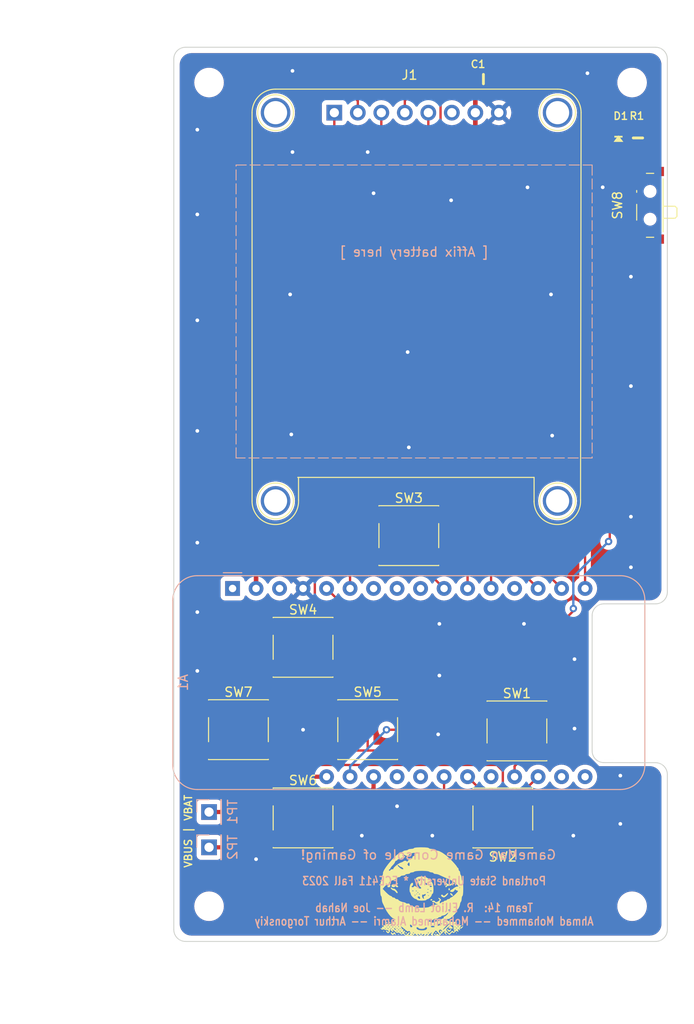
<source format=kicad_pcb>
(kicad_pcb (version 20221018) (generator pcbnew)
  (title_block (title "GAMEMAN HANDHELD MAIN PCB") (date "2023-11-15") (rev "B1") (company "Team 14") (comment 1 "GAMEMAN V2") (comment 2 "DRAFT#2") (comment 3 "REL") (comment 4 "2023-11-09"))
  (layers (0 "F.Cu" signal) (31 "B.Cu" signal) (34 "B.Paste" user) (35 "F.Paste" user) (36 "B.SilkS" user "B.Silkscreen") (37 "F.SilkS" user "F.Silkscreen") (38 "B.Mask" user) (39 "F.Mask" user) (44 "Edge.Cuts" user))
  (net 0 "")
  (net 1 "+3.3V")
  (net 2 "GND")
  (net 3 "/DISP_SPI_DATA")
  (net 4 "/DISP_SPI_CLK")
  (net 5 "/DISP_SPI_DC")
  (net 6 "/DISP_SPI_RST")
  (net 7 "/DISP_SPI_CS")
  (net 8 "/IO12")
  (net 9 "/IO15")
  (net 10 "/IO19")
  (net 11 "/IO22")
  (net 12 "/IO23")
  (net 13 "/IO34")
  (net 14 "/IO36")
  (net 15 "/IO39")
  (net 16 "/BTN_A")
  (net 17 "/BTN_B")
  (net 18 "/BTN_N")
  (net 19 "/BTN_E")
  (net 20 "/BTN_S")
  (net 21 "/BTN_W")
  (net 22 "/BTN_C")
  (net 23 "/NC")
  (net 26 "/IO13")
  (net 27 "Net-(D1-K)")
  (net 28 "/VBUS")
  (net 29 "/EN")
  (net 30 "/VBAT")
  (footprint "GameMan:logo" (layer "F.Cu") (at 134.747 147.056)
    (fp_text reference "G***" hide)
    (fp_text value "LOGO" hide)
  )
  (footprint "MountingHole:MountingHole_2.7mm_M2.5" (layer "F.Cu") (at 111.76 59.68 90)
    (fp_text reference "REF**" hide)
    (fp_text value "")
    (pad "" np_thru_hole circle (at 0 0 90) (size 2.7 2.7) (drill 2.7) (layers "F&B.Cu" "*.Mask"))
  )
  (footprint "Button_Switch_SMD:SW_SPST_PTS645" (layer "F.Cu") (at 121.92 120.64)
    (fp_text reference "SW4" (at 0 -4.05) (layer "F.SilkS"))
    (fp_text value "UP")
    (pad "1" smd rect (at -3.98 -2.25) (size 1.55 1.3) (layers "F.Cu" "F.Paste" "F.Mask") (net 2 "GND"))
    (pad "1" smd rect (at 3.98 -2.25) (size 1.55 1.3) (layers "F.Cu" "F.Paste" "F.Mask") (net 2 "GND"))
    (pad "2" smd rect (at -3.98 2.25) (size 1.55 1.3) (layers "F.Cu" "F.Paste" "F.Mask") (net 18 "/BTN_N"))
    (pad "2" smd rect (at 3.98 2.25) (size 1.55 1.3) (layers "F.Cu" "F.Paste" "F.Mask") (net 18 "/BTN_N"))
  )
  (footprint "GameMan:0805-NO" (layer "F.Cu") (at 141.412 59.309)
    (fp_text reference "C1" (at -1.458 -1.143) (layer "F.SilkS") (effects (font (size 0.8 0.8) (thickness 0.15) bold) (justify left bottom)))
    (fp_text value ".1uF")
    (pad "1" smd rect (at -0.95 0) (size 1.24 1.5) (layers "F.Cu" "F.Paste" "F.Mask") (net 1 "+3.3V"))
    (pad "2" smd rect (at 0.95 0) (size 1.24 1.5) (layers "F.Cu" "F.Paste" "F.Mask") (net 2 "GND"))
  )
  (footprint "GameMan:CHIPLED_0805_NOOUTLINE" (layer "F.Cu") (at 156.0068 65.7592)
    (fp_text reference "D1" (at -0.635 -1.998 180) (layer "F.SilkS") (effects (font (size 0.8 0.8) (thickness 0.15) bold) (justify left bottom)))
    (fp_text value "ORANGE")
    (pad "1" smd rect (at 0 -1.05) (size 1.2 1.2) (layers "F.Cu" "F.Paste" "F.Mask") (net 27 "Net-(D1-K)"))
    (pad "2" smd rect (at 0 1.05) (size 1.2 1.2) (layers "F.Cu" "F.Paste" "F.Mask") (net 1 "+3.3V"))
  )
  (footprint "MountingHole:MountingHole_2.7mm_M2.5" (layer "F.Cu") (at 111.76 148.59 90)
    (fp_text reference "REF**" hide)
    (fp_text value "")
    (pad "" np_thru_hole circle (at 0 0 90) (size 2.7 2.7) (drill 2.7) (layers "*.Cu" "*.Mask"))
  )
  (footprint "MountingHole:MountingHole_2.7mm_M2.5" (layer "F.Cu") (at 157.48 59.68 90)
    (fp_text reference "REF**" hide)
    (fp_text value "")
    (pad "" np_thru_hole circle (at 0 0 90) (size 2.7 2.7) (drill 2.7) (layers "F&B.Cu" "*.Mask"))
  )
  (footprint "Button_Switch_SMD:SW_SPST_PTS645" (layer "F.Cu") (at 121.92 139.055)
    (fp_text reference "SW6" (at 0 -4.05) (layer "F.SilkS"))
    (fp_text value "DN")
    (pad "1" smd rect (at -3.98 -2.25) (size 1.55 1.3) (layers "F.Cu" "F.Paste" "F.Mask") (net 2 "GND"))
    (pad "1" smd rect (at 3.98 -2.25) (size 1.55 1.3) (layers "F.Cu" "F.Paste" "F.Mask") (net 2 "GND"))
    (pad "2" smd rect (at -3.98 2.25) (size 1.55 1.3) (layers "F.Cu" "F.Paste" "F.Mask") (net 20 "/BTN_S"))
    (pad "2" smd rect (at 3.98 2.25) (size 1.55 1.3) (layers "F.Cu" "F.Paste" "F.Mask") (net 20 "/BTN_S"))
  )
  (footprint "Button_Switch_SMD:SW_SPST_PTS645" (layer "F.Cu") (at 128.905 129.53)
    (fp_text reference "SW5" (at 0 -4.05) (layer "F.SilkS"))
    (fp_text value "RT")
    (pad "1" smd rect (at -3.98 -2.25) (size 1.55 1.3) (layers "F.Cu" "F.Paste" "F.Mask") (net 2 "GND"))
    (pad "1" smd rect (at 3.98 -2.25) (size 1.55 1.3) (layers "F.Cu" "F.Paste" "F.Mask") (net 2 "GND"))
    (pad "2" smd rect (at -3.98 2.25) (size 1.55 1.3) (layers "F.Cu" "F.Paste" "F.Mask") (net 19 "/BTN_E"))
    (pad "2" smd rect (at 3.98 2.25) (size 1.55 1.3) (layers "F.Cu" "F.Paste" "F.Mask") (net 19 "/BTN_E"))
  )
  (footprint "Button_Switch_SMD:SW_SPST_PTS645" (layer "F.Cu") (at 143.51 139.065)
    (fp_text reference "SW2" (at 0 4.191) (layer "F.SilkS"))
    (fp_text value "B")
    (pad "1" smd rect (at -3.98 -2.25) (size 1.55 1.3) (layers "F.Cu" "F.Paste" "F.Mask") (net 2 "GND"))
    (pad "1" smd rect (at 3.98 -2.25) (size 1.55 1.3) (layers "F.Cu" "F.Paste" "F.Mask") (net 2 "GND"))
    (pad "2" smd rect (at -3.98 2.25) (size 1.55 1.3) (layers "F.Cu" "F.Paste" "F.Mask") (net 17 "/BTN_B"))
    (pad "2" smd rect (at 3.98 2.25) (size 1.55 1.3) (layers "F.Cu" "F.Paste" "F.Mask") (net 17 "/BTN_B"))
  )
  (footprint "GameMan:0805-NO" (layer "F.Cu") (at 158.115 65.6592 -90)
    (fp_text reference "R1" (at -1.905 -0.762 180) (layer "F.SilkS") (effects (font (size 0.8 0.8) (thickness 0.15) bold) (justify right bottom)))
    (fp_text value "1K")
    (pad "1" smd rect (at -0.95 0 270) (size 1.24 1.5) (layers "F.Cu" "F.Paste" "F.Mask") (net 27 "Net-(D1-K)"))
    (pad "2" smd rect (at 0.95 0 270) (size 1.24 1.5) (layers "F.Cu" "F.Paste" "F.Mask") (net 2 "GND"))
  )
  (footprint "Button_Switch_SMD:SW_SPDT_PCM12" (layer "F.Cu") (at 159.098 72.931 90)
    (fp_text reference "SW8" (at 0 -3.2 90) (layer "F.SilkS"))
    (fp_text value "SW_SPST")
    (pad "" smd rect (at -3.65 -0.78 90) (size 1 0.8) (layers "F.Cu" "F.Paste" "F.Mask"))
    (pad "" smd rect (at -3.65 1.43 90) (size 1 0.8) (layers "F.Cu" "F.Paste" "F.Mask"))
    (pad "" np_thru_hole circle (at -1.5 0.33 90) (size 0.9 0.9) (drill 0.9) (layers "*.Cu" "*.Mask"))
    (pad "" np_thru_hole circle (at 1.5 0.33 90) (size 0.9 0.9) (drill 0.9) (layers "*.Cu" "*.Mask"))
    (pad "" smd rect (at 3.65 -0.78 90) (size 1 0.8) (layers "F.Cu" "F.Paste" "F.Mask"))
    (pad "" smd rect (at 3.65 1.43 90) (size 1 0.8) (layers "F.Cu" "F.Paste" "F.Mask"))
    (pad "1" smd rect (at -2.25 -1.43 90) (size 0.7 1.5) (layers "F.Cu" "F.Paste" "F.Mask") (net 29 "/EN"))
    (pad "2" smd rect (at 0.75 -1.43 90) (size 0.7 1.5) (layers "F.Cu" "F.Paste" "F.Mask") (net 2 "GND"))
    (pad "3" smd rect (at 2.25 -1.43 90) (size 0.7 1.5) (layers "F.Cu" "F.Paste" "F.Mask"))
  )
  (footprint "MountingHole:MountingHole_2.7mm_M2.5" (layer "F.Cu") (at 157.48 148.59 90)
    (fp_text reference "REF**" hide)
    (fp_text value "")
    (pad "" np_thru_hole circle (at 0 0 90) (size 2.7 2.7) (drill 2.7) (layers "*.Cu" "*.Mask"))
  )
  (footprint "Button_Switch_SMD:SW_SPST_PTS645" (layer "F.Cu") (at 114.935 129.53)
    (fp_text reference "SW7" (at 0 -4.05) (layer "F.SilkS"))
    (fp_text value "LT")
    (pad "1" smd rect (at -3.98 -2.25) (size 1.55 1.3) (layers "F.Cu" "F.Paste" "F.Mask") (net 2 "GND"))
    (pad "1" smd rect (at 3.98 -2.25) (size 1.55 1.3) (layers "F.Cu" "F.Paste" "F.Mask") (net 2 "GND"))
    (pad "2" smd rect (at -3.98 2.25) (size 1.55 1.3) (layers "F.Cu" "F.Paste" "F.Mask") (net 21 "/BTN_W"))
    (pad "2" smd rect (at 3.98 2.25) (size 1.55 1.3) (layers "F.Cu" "F.Paste" "F.Mask") (net 21 "/BTN_W"))
  )
  (footprint "GameMan:Adafruit_SSD1327" (layer "F.Cu") (at 125.2982 62.9312)
    (fp_text reference "J1" (at 8.128 -4.064) (layer "F.SilkS"))
    (fp_text value "Conn_01x08_Socket")
    (pad "" thru_hole circle (at -6.35 0) (size 3.2 3.2) (drill 2.5) (layers "*.Cu" "*.Mask"))
    (pad "" thru_hole circle (at -6.35 41.91) (size 3.2 3.2) (drill 2.5) (layers "*.Cu" "*.Mask"))
    (pad "" thru_hole circle (at 24.13 0) (size 3.2 3.2) (drill 2.5) (layers "*.Cu" "*.Mask"))
    (pad "" thru_hole circle (at 24.13 41.91) (size 3.2 3.2) (drill 2.5) (layers "*.Cu" "*.Mask"))
    (pad "1" thru_hole rect (at 0 0) (size 1.7 1.7) (drill 1) (layers "*.Cu" "*.Mask") (net 3 "/DISP_SPI_DATA"))
    (pad "2" thru_hole circle (at 2.54 0) (size 1.7 1.7) (drill 1) (layers "*.Cu" "*.Mask") (net 4 "/DISP_SPI_CLK"))
    (pad "3" thru_hole circle (at 5.08 0) (size 1.7 1.7) (drill 1) (layers "*.Cu" "*.Mask") (net 5 "/DISP_SPI_DC"))
    (pad "4" thru_hole circle (at 7.62 0) (size 1.7 1.7) (drill 1) (layers "*.Cu" "*.Mask") (net 6 "/DISP_SPI_RST"))
    (pad "5" thru_hole circle (at 10.16 0) (size 1.7 1.7) (drill 1) (layers "*.Cu" "*.Mask") (net 7 "/DISP_SPI_CS"))
    (pad "6" thru_hole circle (at 12.7 0) (size 1.7 1.7) (drill 1) (layers "*.Cu" "*.Mask") (net 23 "/NC"))
    (pad "7" thru_hole circle (at 15.24 0) (size 1.7 1.7) (drill 1) (layers "*.Cu" "*.Mask") (net 1 "+3.3V"))
    (pad "8" thru_hole circle (at 17.78 0) (size 1.7 1.7) (drill 1) (layers "*.Cu" "*.Mask") (net 2 "GND"))
  )
  (footprint "Button_Switch_SMD:SW_SPST_PTS645" (layer "F.Cu") (at 145.034 129.667)
    (fp_text reference "SW1" (at 0 -4.05) (layer "F.SilkS"))
    (fp_text value "A")
    (pad "1" smd rect (at -3.98 -2.25) (size 1.55 1.3) (layers "F.Cu" "F.Paste" "F.Mask") (net 2 "GND"))
    (pad "1" smd rect (at 3.98 -2.25) (size 1.55 1.3) (layers "F.Cu" "F.Paste" "F.Mask") (net 2 "GND"))
    (pad "2" smd rect (at -3.98 2.25) (size 1.55 1.3) (layers "F.Cu" "F.Paste" "F.Mask") (net 16 "/BTN_A"))
    (pad "2" smd rect (at 3.98 2.25) (size 1.55 1.3) (layers "F.Cu" "F.Paste" "F.Mask") (net 16 "/BTN_A"))
  )
  (footprint "Button_Switch_SMD:SW_SPST_PTS645" (layer "F.Cu") (at 133.35 108.585)
    (fp_text reference "SW3" (at 0 -4.05) (layer "F.SilkS"))
    (fp_text value "C")
    (pad "1" smd rect (at -3.98 -2.25) (size 1.55 1.3) (layers "F.Cu" "F.Paste" "F.Mask") (net 2 "GND"))
    (pad "1" smd rect (at 3.98 -2.25) (size 1.55 1.3) (layers "F.Cu" "F.Paste" "F.Mask") (net 2 "GND"))
    (pad "2" smd rect (at -3.98 2.25) (size 1.55 1.3) (layers "F.Cu" "F.Paste" "F.Mask") (net 22 "/BTN_C"))
    (pad "2" smd rect (at 3.98 2.25) (size 1.55 1.3) (layers "F.Cu" "F.Paste" "F.Mask") (net 22 "/BTN_C"))
  )
  (footprint "Module:Adafruit_Feather" (layer "B.Cu") (at 114.3 114.29 -90)
    (fp_text reference "A1" (at 10.16 5.334 90) (layer "B.SilkS") (effects (justify mirror)))
    (fp_text value "Adafruit_Feather_HUZZAH32_ESP32")
    (pad "1" thru_hole rect (at 0 0 90) (size 1.6 1.6) (drill 0.8) (layers "*.Cu" "*.Mask"))
    (pad "2" thru_hole circle (at 0 -2.54 90) (size 1.6 1.6) (drill 0.8) (layers "*.Cu" "*.Mask") (net 1 "+3.3V"))
    (pad "3" thru_hole circle (at 0 -5.08 90) (size 1.6 1.6) (drill 0.8) (layers "*.Cu" "*.Mask"))
    (pad "4" thru_hole circle (at 0 -7.62 90) (size 1.6 1.6) (drill 0.8) (layers "*.Cu" "*.Mask") (net 2 "GND"))
    (pad "5" thru_hole circle (at 0 -10.16 90) (size 1.6 1.6) (drill 0.8) (layers "*.Cu" "*.Mask") (net 19 "/BTN_E"))
    (pad "6" thru_hole circle (at 0 -12.7 90) (size 1.6 1.6) (drill 0.8) (layers "*.Cu" "*.Mask") (net 18 "/BTN_N"))
    (pad "7" thru_hole circle (at 0 -15.24 90) (size 1.6 1.6) (drill 0.8) (layers "*.Cu" "*.Mask") (net 13 "/IO34"))
    (pad "8" thru_hole circle (at 0 -17.78 90) (size 1.6 1.6) (drill 0.8) (layers "*.Cu" "*.Mask") (net 14 "/IO36"))
    (pad "9" thru_hole circle (at 0 -20.32 90) (size 1.6 1.6) (drill 0.8) (layers "*.Cu" "*.Mask") (net 15 "/IO39"))
    (pad "10" thru_hole circle (at 0 -22.86 90) (size 1.6 1.6) (drill 0.8) (layers "*.Cu" "*.Mask") (net 22 "/BTN_C"))
    (pad "11" thru_hole circle (at 0 -25.4 90) (size 1.6 1.6) (drill 0.8) (layers "*.Cu" "*.Mask") (net 4 "/DISP_SPI_CLK"))
    (pad "12" thru_hole circle (at 0 -27.94 90) (size 1.6 1.6) (drill 0.8) (layers "*.Cu" "*.Mask") (net 3 "/DISP_SPI_DATA"))
    (pad "13" thru_hole circle (at 0 -30.48 90) (size 1.6 1.6) (drill 0.8) (layers "*.Cu" "*.Mask") (net 10 "/IO19"))
    (pad "14" thru_hole circle (at 0 -33.02 90) (size 1.6 1.6) (drill 0.8) (layers "*.Cu" "*.Mask") (net 5 "/DISP_SPI_DC"))
    (pad "15" thru_hole circle (at 0 -35.56 90) (size 1.6 1.6) (drill 0.8) (layers "*.Cu" "*.Mask") (net 7 "/DISP_SPI_CS"))
    (pad "16" thru_hole circle (at 0 -38.1 90) (size 1.6 1.6) (drill 0.8) (layers "*.Cu" "*.Mask") (net 6 "/DISP_SPI_RST"))
    (pad "17" thru_hole circle (at 20.32 -38.1 90) (size 1.6 1.6) (drill 0.8) (layers "*.Cu" "*.Mask") (net 12 "/IO23"))
    (pad "18" thru_hole circle (at 20.32 -35.56 90) (size 1.6 1.6) (drill 0.8) (layers "*.Cu" "*.Mask") (net 11 "/IO22"))
    (pad "19" thru_hole circle (at 20.32 -33.02 90) (size 1.6 1.6) (drill 0.8) (layers "*.Cu" "*.Mask") (net 21 "/BTN_W"))
    (pad "20" thru_hole circle (at 20.32 -30.48 90) (size 1.6 1.6) (drill 0.8) (layers "*.Cu" "*.Mask") (net 16 "/BTN_A"))
    (pad "21" thru_hole circle (at 20.32 -27.94 90) (size 1.6 1.6) (drill 0.8) (layers "*.Cu" "*.Mask") (net 9 "/IO15"))
    (pad "22" thru_hole circle (at 20.32 -25.4 90) (size 1.6 1.6) (drill 0.8) (layers "*.Cu" "*.Mask") (net 17 "/BTN_B"))
    (pad "23" thru_hole circle (at 20.32 -22.86 90) (size 1.6 1.6) (drill 0.8) (layers "*.Cu" "*.Mask") (net 20 "/BTN_S"))
    (pad "24" thru_hole circle (at 20.32 -20.32 90) (size 1.6 1.6) (drill 0.8) (layers "*.Cu" "*.Mask") (net 8 "/IO12"))
    (pad "25" thru_hole circle (at 20.32 -17.78 90) (size 1.6 1.6) (drill 0.8) (layers "*.Cu" "*.Mask") (net 26 "/IO13"))
    (pad "26" thru_hole circle (at 20.32 -15.24 90) (size 1.6 1.6) (drill 0.8) (layers "*.Cu" "*.Mask") (net 28 "/VBUS"))
    (pad "27" thru_hole circle (at 20.32 -12.7 90) (size 1.6 1.6) (drill 0.8) (layers "*.Cu" "*.Mask") (net 29 "/EN"))
    (pad "28" thru_hole circle (at 20.32 -10.16 90) (size 1.6 1.6) (drill 0.8) (layers "*.Cu" "*.Mask") (net 30 "/VBAT"))
  )
  (footprint "Connector_PinHeader_2.54mm:PinHeader_1x01_P2.54mm_Vertical" (layer "B.Cu") (at 111.76 142.23 -90)
    (fp_text reference "TP2" (at 0 -2.54 90) (layer "B.SilkS") (effects (justify mirror)))
    (fp_text value "TestPoint")
    (pad "1" thru_hole rect (at 0 0 270) (size 1.7 1.7) (drill 1) (layers "*.Cu" "*.Mask") (net 28 "/VBUS"))
  )
  (footprint "Connector_PinHeader_2.54mm:PinHeader_1x01_P2.54mm_Vertical" (layer "B.Cu") (at 111.76 138.42 -90)
    (fp_text reference "TP1" (at 0 -2.54 90) (layer "B.SilkS") (effects (justify mirror)))
    (fp_text value "TestPoint")
    (pad "1" thru_hole rect (at 0 0 270) (size 1.7 1.7) (drill 1) (layers "*.Cu" "*.Mask") (net 30 "/VBAT"))
  )
  (gr_line (start 161.29 114.681) (end 161.29 57.14) (stroke (width 0.1)) (layer "Edge.Cuts"))
  (gr_arc (start 161.29 151.12) (mid 160.918026 152.018026) (end 160.02 152.39) (stroke (width 0.1)) (layer "Edge.Cuts"))
  (gr_line (start 154.431999 115.951001) (end 160.02 115.951) (stroke (width 0.1)) (layer "Edge.Cuts"))
  (gr_line (start 161.29 134.366001) (end 161.29 151.12) (stroke (width 0.1)) (layer "Edge.Cuts"))
  (gr_line (start 153.162 131.816974) (end 153.162001 117.221) (stroke (width 0.1)) (layer "Edge.Cuts"))
  (gr_arc (start 160.019999 55.87) (mid 160.918025 56.241974) (end 161.29 57.14) (stroke (width 0.1)) (layer "Edge.Cuts"))
  (gr_arc (start 107.950001 57.14) (mid 108.321975 56.241975) (end 109.22 55.870001) (stroke (width 0.1)) (layer "Edge.Cuts"))
  (gr_arc (start 153.162001 117.221) (mid 153.533975 116.322975) (end 154.432 115.951001) (stroke (width 0.1)) (layer "Edge.Cuts"))
  (gr_line (start 160.019999 133.096001) (end 154.432 133.086974) (stroke (width 0.1)) (layer "Edge.Cuts"))
  (gr_line (start 160.02 152.39) (end 109.22 152.39) (stroke (width 0.1)) (layer "Edge.Cuts"))
  (gr_line (start 107.950001 57.14) (end 107.95 151.12) (stroke (width 0.1)) (layer "Edge.Cuts"))
  (gr_arc (start 154.432 133.086974) (mid 153.533974 132.715) (end 153.162 131.816974) (stroke (width 0.1)) (layer "Edge.Cuts"))
  (gr_arc (start 109.22 152.39) (mid 108.321974 152.018026) (end 107.95 151.12) (stroke (width 0.1)) (layer "Edge.Cuts"))
  (gr_arc (start 160.019999 133.096001) (mid 160.918025 133.467975) (end 161.29 134.366001) (stroke (width 0.1)) (layer "Edge.Cuts"))
  (gr_arc (start 161.29 114.681) (mid 160.918026 115.579026) (end 160.02 115.951) (stroke (width 0.1)) (layer "Edge.Cuts"))
  (gr_line (start 109.22 55.870001) (end 160.019999 55.87) (stroke (width 0.1)) (layer "Edge.Cuts"))
  (gr_text "GameMan Game Console of Gaming!\n" (at 149.352 143.627) (layer "B.SilkS") (effects (font (size 1 1)) (justify left bottom mirror)))
  (gr_text "Portland State University * ECE411 Fall 2023\n\nTeam 14:  R. Elliot Lamb -- Joe Nahab\nAhmad Mohammed -- Mohammed Alamri -- Arthur Torgonskiy" (at 135.001 150.739) (layer "B.SilkS") (effects (font (size 0.9 0.75)) (justify bottom mirror)))
  (gr_text "VBUS | VBAT" (at 109.982 144.516 90) (layer "F.SilkS") (effects (font (size 0.8 0.8)) (justify left bottom)))
  (gr_text_box "\n\n\n\n\n[ Affix battery here ]" (start 114.681 68.58) (end 153.162 100.203) (layer "B.SilkS") (effects (font (size 1 1)) (justify top mirror)) (stroke (width 0.1) (type dash)))
  (segment (start 142.8922 66.8092) (end 140.5382 64.4552) (width 0.5) (layer "F.Cu") (net 1))
  (segment (start 156.0068 66.8092) (end 142.8922 66.8092) (width 0.5) (layer "F.Cu") (net 1))
  (segment (start 140.5382 59.3852) (end 140.5382 62.9312) (width 0.5) (layer "F.Cu") (net 1))
  (segment (start 140.5382 64.4552) (end 140.5382 62.9312) (width 0.5) (layer "F.Cu") (net 1))
  (segment (start 114.935 109.083) (end 114.935 61.966) (width 0.5) (layer "F.Cu") (net 1))
  (segment (start 114.935 61.966) (end 117.592 59.309) (width 0.5) (layer "F.Cu") (net 1))
  (segment (start 116.84 114.29) (end 116.84 110.988) (width 0.5) (layer "F.Cu") (net 1))
  (segment (start 116.84 110.988) (end 114.935 109.083) (width 0.5) (layer "F.Cu") (net 1))
  (segment (start 117.592 59.309) (end 140.462 59.309) (width 0.5) (layer "F.Cu") (net 1))
  (via (at 120.65 97.663) (size 0.8) (drill 0.4) (layers "F.Cu" "B.Cu") (net 2))
  (via (at 146.177 70.993) (size 0.8) (drill 0.4) (layers "F.Cu" "B.Cu") (net 2))
  (via (at 156.21 139.7) (size 0.8) (drill 0.4) (layers "F.Cu" "B.Cu") (net 2))
  (via (at 110.49 73.914) (size 0.8) (drill 0.4) (layers "F.Cu" "B.Cu") (net 2))
  (via (at 157.353 92.446) (size 0.8) (drill 0.4) (layers "F.Cu" "B.Cu") (net 2))
  (via (at 157.353 80.635) (size 0.8) (drill 0.4) (layers "F.Cu" "B.Cu") (net 2))
  (via (at 116.84 143.51) (size 0.8) (drill 0.4) (layers "F.Cu" "B.Cu") (net 2))
  (via (at 110.49 123.19) (size 0.8) (drill 0.4) (layers "F.Cu" "B.Cu") (net 2))
  (via (at 110.49 64.77) (size 0.8) (drill 0.4) (layers "F.Cu" "B.Cu") (net 2))
  (via (at 154.305 70.983) (size 0.8) (drill 0.4) (layers "F.Cu" "B.Cu") (net 2))
  (via (at 148.717 82.55) (size 0.8) (drill 0.4) (layers "F.Cu" "B.Cu") (net 2))
  (via (at 120.777 58.42) (size 0.8) (drill 0.4) (layers "F.Cu" "B.Cu") (net 2))
  (via (at 110.49 116.84) (size 0.8) (drill 0.4) (layers "F.Cu" "B.Cu") (net 2))
  (via (at 128.905 67.183) (size 0.8) (drill 0.4) (layers "F.Cu" "B.Cu") (net 2))
  (via (at 157.353 106.543) (size 0.8) (drill 0.4) (layers "F.Cu" "B.Cu") (net 2))
  (via (at 120.777 67.183) (size 0.8) (drill 0.4) (layers "F.Cu" "B.Cu") (net 2))
  (via (at 133.35 99.06) (size 0.8) (drill 0.4) (layers "F.Cu" "B.Cu") (net 2))
  (via (at 135.89 140.97) (size 0.8) (drill 0.4) (layers "F.Cu" "B.Cu") (net 2))
  (via (at 110.49 85.344) (size 0.8) (drill 0.4) (layers "F.Cu" "B.Cu") (net 2))
  (via (at 132.08 137.795) (size 0.8) (drill 0.4) (layers "F.Cu" "B.Cu") (net 2))
  (via (at 137.922 72.39) (size 0.8) (drill 0.4) (layers "F.Cu" "B.Cu") (net 2))
  (via (at 110.49 97.282) (size 0.8) (drill 0.4) (layers "F.Cu" "B.Cu") (net 2))
  (via (at 110.49 109.347) (size 0.8) (drill 0.4) (layers "F.Cu" "B.Cu") (net 2))
  (via (at 120.523 82.55) (size 0.8) (drill 0.4) (layers "F.Cu" "B.Cu") (net 2))
  (via (at 151.257 121.92) (size 0.8) (drill 0.4) (layers "F.Cu" "B.Cu") (net 2))
  (via (at 136.652 118.11) (size 0.8) (drill 0.4) (layers "F.Cu" "B.Cu") (net 2))
  (via (at 129.54 71.628) (size 0.8) (drill 0.4) (layers "F.Cu" "B.Cu") (net 2))
  (via (at 157.353 112.004) (size 0.8) (drill 0.4) (layers "F.Cu" "B.Cu") (net 2))
  (via (at 136.525 130.038) (size 0.8) (drill 0.4) (layers "F.Cu" "B.Cu") (net 2))
  (via (at 121.92 129.54) (size 0.8) (drill 0.4) (layers "F.Cu" "B.Cu") (net 2))
  (via (at 151.257 129.413) (size 0.8) (drill 0.4) (layers "F.Cu" "B.Cu") (net 2))
  (via (at 133.223 88.773) (size 0.8) (drill 0.4) (layers "F.Cu" "B.Cu") (net 2))
  (via (at 152.654 58.674) (size 0.8) (drill 0.4) (layers "F.Cu" "B.Cu") (net 2))
  (via (at 136.652 123.688) (size 0.8) (drill 0.4) (layers "F.Cu" "B.Cu") (net 2))
  (via (at 148.844 97.79) (size 0.8) (drill 0.4) (layers "F.Cu" "B.Cu") (net 2))
  (via (at 151.13 140.97) (size 0.8) (drill 0.4) (layers "F.Cu" "B.Cu") (net 2))
  (via (at 128.27 140.97) (size 0.8) (drill 0.4) (layers "F.Cu" "B.Cu") (net 2))
  (via (at 145.796 118.11) (size 0.8) (drill 0.4) (layers "F.Cu" "B.Cu") (net 2))
  (via (at 156.21 134.493) (size 0.8) (drill 0.4) (layers "F.Cu" "B.Cu") (net 2))
  (segment (start 142.24 82.54) (end 142.24 114.29) (width 0.25) (layer "F.Cu") (net 3))
  (segment (start 125.2982 62.9312) (end 125.2982 65.5982) (width 0.25) (layer "F.Cu") (net 3))
  (segment (start 125.2982 65.5982) (end 142.24 82.54) (width 0.25) (layer "F.Cu") (net 3))
  (segment (start 123.063 66.665) (end 123.063 61.712) (width 0.25) (layer "F.Cu") (net 4))
  (segment (start 123.698 61.077) (end 127.254 61.077) (width 0.25) (layer "F.Cu") (net 4))
  (segment (start 139.7 83.302) (end 123.063 66.665) (width 0.25) (layer "F.Cu") (net 4))
  (segment (start 127.8382 61.6612) (end 127.8382 62.9312) (width 0.25) (layer "F.Cu") (net 4))
  (segment (start 123.063 61.712) (end 123.698 61.077) (width 0.25) (layer "F.Cu") (net 4))
  (segment (start 139.7 114.29) (end 139.7 83.302) (width 0.25) (layer "F.Cu") (net 4))
  (segment (start 127.254 61.077) (end 127.8382 61.6612) (width 0.25) (layer "F.Cu") (net 4))
  (segment (start 130.3782 66.8682) (end 130.3782 62.9312) (width 0.25) (layer "F.Cu") (net 5))
  (segment (start 144.272 111.242) (end 144.272 80.762) (width 0.25) (layer "F.Cu") (net 5))
  (segment (start 147.32 114.29) (end 144.272 111.242) (width 0.25) (layer "F.Cu") (net 5))
  (segment (start 144.272 80.762) (end 130.3782 66.8682) (width 0.25) (layer "F.Cu") (net 5))
  (segment (start 136.779 65.649) (end 136.779 61.712) (width 0.25) (layer "F.Cu") (net 6))
  (segment (start 133.477 61.077) (end 132.9182 61.6358) (width 0.25) (layer "F.Cu") (net 6))
  (segment (start 152.4 114.29) (end 152.4 81.27) (width 0.25) (layer "F.Cu") (net 6))
  (segment (start 136.144 61.077) (end 133.477 61.077) (width 0.25) (layer "F.Cu") (net 6))
  (segment (start 136.779 61.712) (end 136.144 61.077) (width 0.25) (layer "F.Cu") (net 6))
  (segment (start 132.9182 61.6358) (end 132.9182 62.9312) (width 0.25) (layer "F.Cu") (net 6))
  (segment (start 152.4 81.27) (end 136.779 65.649) (width 0.25) (layer "F.Cu") (net 6))
  (segment (start 135.4582 68.1382) (end 146.05 78.73) (width 0.25) (layer "F.Cu") (net 7))
  (segment (start 135.4582 62.9312) (end 135.4582 68.1382) (width 0.25) (layer "F.Cu") (net 7))
  (segment (start 146.05 78.73) (end 146.05 110.48) (width 0.25) (layer "F.Cu") (net 7))
  (segment (start 146.05 110.48) (end 149.86 114.29) (width 0.25) (layer "F.Cu") (net 7))
  (segment (start 141.054 131.917) (end 149.014 131.917) (width 0.25) (layer "F.Cu") (net 16))
  (segment (start 144.78 134.61) (end 144.78 133.477) (width 0.25) (layer "F.Cu") (net 16))
  (segment (start 145.288 132.969) (end 145.288 131.917) (width 0.25) (layer "F.Cu") (net 16))
  (segment (start 144.78 133.477) (end 145.288 132.969) (width 0.25) (layer "F.Cu") (net 16))
  (segment (start 139.53 141.315) (end 147.49 141.315) (width 0.25) (layer "F.Cu") (net 17))
  (segment (start 143.51 138.42) (end 143.51 141.315) (width 0.25) (layer "F.Cu") (net 17))
  (segment (start 139.7 134.61) (end 143.51 138.42) (width 0.25) (layer "F.Cu") (net 17))
  (segment (start 125.9 122.89) (end 122.047 122.89) (width 0.25) (layer "F.Cu") (net 18))
  (segment (start 123.19 113.02) (end 123.19 120.132) (width 0.25) (layer "F.Cu") (net 18))
  (segment (start 123.698 112.512) (end 123.19 113.02) (width 0.25) (layer "F.Cu") (net 18))
  (segment (start 122.047 122.89) (end 117.94 122.89) (width 0.25) (layer "F.Cu") (net 18))
  (segment (start 127 114.29) (end 127 113.02) (width 0.25) (layer "F.Cu") (net 18))
  (segment (start 122.047 121.275) (end 122.047 122.89) (width 0.25) (layer "F.Cu") (net 18))
  (segment (start 127 113.02) (end 126.492 112.512) (width 0.25) (layer "F.Cu") (net 18))
  (segment (start 126.492 112.512) (end 123.698 112.512) (width 0.25) (layer "F.Cu") (net 18))
  (segment (start 123.19 120.132) (end 122.047 121.275) (width 0.25) (layer "F.Cu") (net 18))
  (segment (start 128.905 118.735) (end 128.905 131.78) (width 0.25) (layer "F.Cu") (net 19))
  (segment (start 132.885 131.78) (end 124.925 131.78) (width 0.25) (layer "F.Cu") (net 19))
  (segment (start 124.46 114.29) (end 128.905 118.735) (width 0.25) (layer "F.Cu") (net 19))
  (segment (start 122.555 139.69) (end 135.255 139.69) (width 0.25) (layer "F.Cu") (net 20))
  (segment (start 121.92 140.325) (end 122.555 139.69) (width 0.25) (layer "F.Cu") (net 20))
  (segment (start 135.255 139.69) (end 137.16 137.785) (width 0.25) (layer "F.Cu") (net 20))
  (segment (start 117.94 141.305) (end 121.92 141.305) (width 0.25) (layer "F.Cu") (net 20))
  (segment (start 121.92 141.305) (end 121.92 140.325) (width 0.25) (layer "F.Cu") (net 20))
  (segment (start 121.92 141.305) (end 125.9 141.305) (width 0.25) (layer "F.Cu") (net 20))
  (segment (start 137.16 137.785) (end 137.16 134.61) (width 0.25) (layer "F.Cu") (net 20))
  (segment (start 143.51 133.985) (end 143.51 135.763) (width 0.25) (layer "F.Cu") (net 21))
  (segment (start 114.935 131.78) (end 110.955 131.78) (width 0.25) (layer "F.Cu") (net 21))
  (segment (start 143.51 135.763) (end 144.135 136.388) (width 0.25) (layer "F.Cu") (net 21))
  (segment (start 145.542 136.388) (end 147.32 134.61) (width 0.25) (layer "F.Cu") (net 21))
  (segment (start 118.915 131.78) (end 114.935 131.78) (width 0.25) (layer "F.Cu") (net 21))
  (segment (start 114.935 131.78) (end 114.935 132.451) (width 0.25) (layer "F.Cu") (net 21))
  (segment (start 144.135 136.388) (end 145.542 136.388) (width 0.25) (layer "F.Cu") (net 21))
  (segment (start 114.935 132.451) (end 115.824 133.34) (width 0.25) (layer "F.Cu") (net 21))
  (segment (start 142.865 133.34) (end 143.51 133.985) (width 0.25) (layer "F.Cu") (net 21))
  (segment (start 115.824 133.34) (end 142.865 133.34) (width 0.25) (layer "F.Cu") (net 21))
  (segment (start 133.35 110.835) (end 137.33 110.835) (width 0.25) (layer "F.Cu") (net 22))
  (segment (start 133.705 110.835) (end 137.16 114.29) (width 0.25) (layer "F.Cu") (net 22))
  (segment (start 133.35 110.835) (end 133.705 110.835) (width 0.25) (layer "F.Cu") (net 22))
  (segment (start 129.37 110.835) (end 133.35 110.835) (width 0.25) (layer "F.Cu") (net 22))
  (segment (start 155.956 64.7092) (end 158.369 64.7092) (width 0.25) (layer "F.Cu") (net 27))
  (segment (start 116.957 138.43) (end 126.99 138.43) (width 0.45) (layer "F.Cu") (net 28))
  (segment (start 126.99 138.43) (end 129.54 135.88) (width 0.45) (layer "F.Cu") (net 28))
  (segment (start 111.76 142.23) (end 113.157 142.23) (width 0.45) (layer "F.Cu") (net 28))
  (segment (start 129.54 135.88) (end 129.54 134.61) (width 0.45) (layer "F.Cu") (net 28))
  (segment (start 113.157 142.23) (end 116.957 138.43) (width 0.45) (layer "F.Cu") (net 28))
  (segment (start 151.13 116.713) (end 145.923 121.92) (width 0.25) (layer "F.Cu") (net 29))
  (segment (start 155.067 109.093) (end 155.067 76.327) (width 0.25) (layer "F.Cu") (net 29))
  (segment (start 133.35 129.54) (end 130.937 129.54) (width 0.25) (layer "F.Cu") (net 29))
  (segment (start 151.13 116.459) (end 151.13 116.713) (width 0.25) (layer "F.Cu") (net 29))
  (segment (start 155.067 76.327) (end 156.213 75.181) (width 0.25) (layer "F.Cu") (net 29))
  (segment (start 156.213 75.181) (end 157.668 75.181) (width 0.25) (layer "F.Cu") (net 29))
  (segment (start 140.97 121.92) (end 133.35 129.54) (width 0.25) (layer "F.Cu") (net 29))
  (segment (start 154.94 109.22) (end 155.067 109.093) (width 0.25) (layer "F.Cu") (net 29))
  (segment (start 145.923 121.92) (end 140.97 121.92) (width 0.25) (layer "F.Cu") (net 29))
  (via (at 151.13 116.459) (size 0.8) (drill 0.4) (layers "F.Cu" "B.Cu") (net 29))
  (via (at 154.94 109.22) (size 0.8) (drill 0.4) (layers "F.Cu" "B.Cu") (net 29))
  (via (at 130.937 129.54) (size 0.8) (drill 0.4) (layers "F.Cu" "B.Cu") (net 29))
  (segment (start 151.13 113.03) (end 151.13 116.459) (width 0.25) (layer "B.Cu") (net 29))
  (segment (start 127 133.477) (end 127 134.61) (width 0.25) (layer "B.Cu") (net 29))
  (segment (start 130.937 129.54) (end 127 133.477) (width 0.25) (layer "B.Cu") (net 29))
  (segment (start 154.94 109.22) (end 151.13 113.03) (width 0.25) (layer "B.Cu") (net 29))
  (segment (start 116.84 134.61) (end 124.46 134.61) (width 0.45) (layer "F.Cu") (net 30))
  (segment (start 113.03 138.42) (end 116.84 134.61) (width 0.45) (layer "F.Cu") (net 30))
  (segment (start 111.76 138.42) (end 113.03 138.42) (width 0.45) (layer "F.Cu") (net 30))
  (zone (net 2) (net_name "GND") (layers "F&B.Cu") (connect_pads (clearance 0.5)) (min_thickness 0.25) (fill yes (thermal_gap 0.5) (thermal_bridge_width 0.5) (smoothing fillet) (radius 1.27))
    (polygon (pts (xy 108.585 151.755) (xy 108.585 56.505) (xy 160.655 56.505) (xy 160.655 115.57) (xy 153.924 115.57) (xy 152.781 116.713) (xy 152.781 132.334) (xy 153.924 133.477) (xy 160.655 133.472) (xy 160.655 151.755)))
  )
)
</source>
